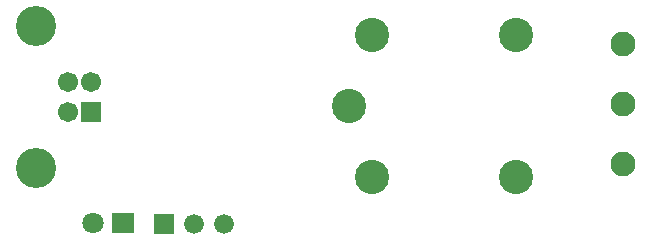
<source format=gbs>
G04 Layer: BottomSolderMaskLayer*
G04 EasyEDA v6.5.46, 2024-12-21 23:49:30*
G04 8bcf984c9a2246bc867cf991e714a68b,90bc6745850c4897ba40f9b8fad946ce,10*
G04 Gerber Generator version 0.2*
G04 Scale: 100 percent, Rotated: No, Reflected: No *
G04 Dimensions in millimeters *
G04 leading zeros omitted , absolute positions ,4 integer and 5 decimal *
%FSLAX45Y45*%
%MOMM*%

%AMMACRO1*4,1,8,-0.871,-0.8382,-0.9007,-0.8082,-0.9007,0.8085,-0.871,0.8382,0.8707,0.8382,0.9007,0.8085,0.9007,-0.8082,0.8707,-0.8382,-0.871,-0.8382,0*%
%AMMACRO2*4,1,8,-0.8085,-0.8382,-0.8382,-0.8082,-0.8382,0.8085,-0.8085,0.8382,0.8082,0.8382,0.8382,0.8085,0.8382,-0.8082,0.8082,-0.8382,-0.8085,-0.8382,0*%
%AMMACRO3*4,1,8,-0.8211,-0.8508,-0.8508,-0.8208,-0.8508,0.8211,-0.8211,0.8508,0.8208,0.8508,0.8508,0.8211,0.8508,-0.8208,0.8208,-0.8508,-0.8211,-0.8508,0*%
%ADD10MACRO1*%
%ADD11C,1.8016*%
%ADD12C,1.6764*%
%ADD13MACRO2*%
%ADD14MACRO3*%
%ADD15C,1.7016*%
%ADD16C,3.4016*%
%ADD17C,2.1016*%
%ADD18C,2.8956*%

%LPD*%
D10*
G01*
X2019300Y5638800D03*
D11*
G01*
X1765300Y5638800D03*
D12*
G01*
X2870200Y5626100D03*
G01*
X2616200Y5626100D03*
D13*
G01*
X2362200Y5626100D03*
D14*
G01*
X1746796Y6580593D03*
D15*
G01*
X1746808Y6830593D03*
G01*
X1546809Y6830593D03*
G01*
X1546809Y6580606D03*
D16*
G01*
X1275816Y7307605D03*
G01*
X1275816Y6103594D03*
D17*
G01*
X6248400Y7150074D03*
G01*
X6248400Y6134074D03*
G01*
X6248400Y6642074D03*
D18*
G01*
X5345506Y6029426D03*
G01*
X3925493Y6629374D03*
G01*
X4125493Y7229373D03*
G01*
X4125493Y6029375D03*
G01*
X5345506Y7229322D03*
M02*

</source>
